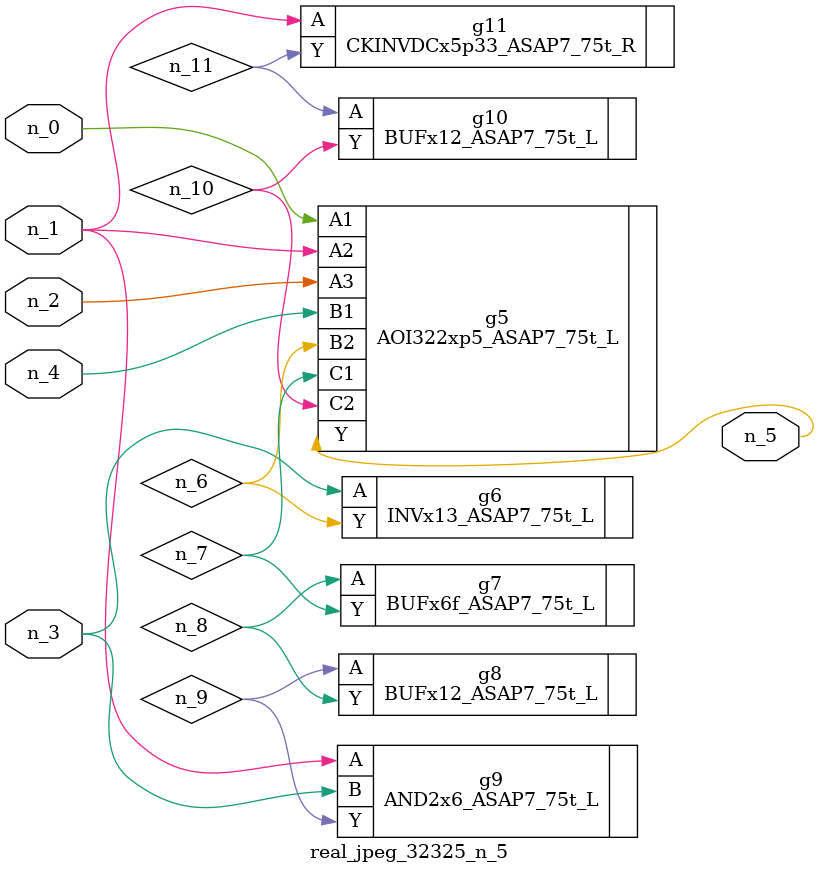
<source format=v>
module real_jpeg_32325_n_5 (n_4, n_0, n_1, n_2, n_3, n_5);

input n_4;
input n_0;
input n_1;
input n_2;
input n_3;

output n_5;

wire n_8;
wire n_11;
wire n_6;
wire n_7;
wire n_10;
wire n_9;

AOI322xp5_ASAP7_75t_L g5 ( 
.A1(n_0),
.A2(n_1),
.A3(n_2),
.B1(n_4),
.B2(n_6),
.C1(n_7),
.C2(n_10),
.Y(n_5)
);

AND2x6_ASAP7_75t_L g9 ( 
.A(n_1),
.B(n_3),
.Y(n_9)
);

CKINVDCx5p33_ASAP7_75t_R g11 ( 
.A(n_1),
.Y(n_11)
);

INVx13_ASAP7_75t_L g6 ( 
.A(n_3),
.Y(n_6)
);

BUFx6f_ASAP7_75t_L g7 ( 
.A(n_8),
.Y(n_7)
);

BUFx12_ASAP7_75t_L g8 ( 
.A(n_9),
.Y(n_8)
);

BUFx12_ASAP7_75t_L g10 ( 
.A(n_11),
.Y(n_10)
);


endmodule
</source>
